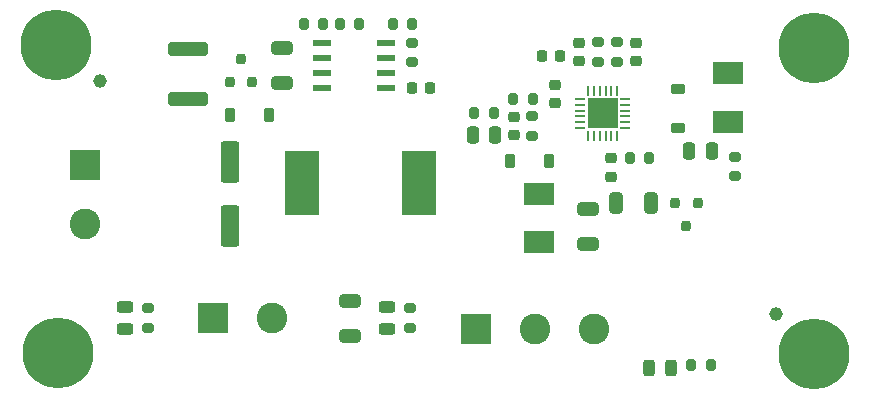
<source format=gts>
G04 #@! TF.GenerationSoftware,KiCad,Pcbnew,7.0.8*
G04 #@! TF.CreationDate,2023-11-17T13:56:22+01:00*
G04 #@! TF.ProjectId,shmoergh-dual-rail-psu,73686d6f-6572-4676-982d-6475616c2d72,rev?*
G04 #@! TF.SameCoordinates,Original*
G04 #@! TF.FileFunction,Soldermask,Top*
G04 #@! TF.FilePolarity,Negative*
%FSLAX46Y46*%
G04 Gerber Fmt 4.6, Leading zero omitted, Abs format (unit mm)*
G04 Created by KiCad (PCBNEW 7.0.8) date 2023-11-17 13:56:22*
%MOMM*%
%LPD*%
G01*
G04 APERTURE LIST*
G04 Aperture macros list*
%AMRoundRect*
0 Rectangle with rounded corners*
0 $1 Rounding radius*
0 $2 $3 $4 $5 $6 $7 $8 $9 X,Y pos of 4 corners*
0 Add a 4 corners polygon primitive as box body*
4,1,4,$2,$3,$4,$5,$6,$7,$8,$9,$2,$3,0*
0 Add four circle primitives for the rounded corners*
1,1,$1+$1,$2,$3*
1,1,$1+$1,$4,$5*
1,1,$1+$1,$6,$7*
1,1,$1+$1,$8,$9*
0 Add four rect primitives between the rounded corners*
20,1,$1+$1,$2,$3,$4,$5,0*
20,1,$1+$1,$4,$5,$6,$7,0*
20,1,$1+$1,$6,$7,$8,$9,0*
20,1,$1+$1,$8,$9,$2,$3,0*%
G04 Aperture macros list end*
%ADD10C,6.000000*%
%ADD11C,1.152000*%
%ADD12RoundRect,0.200000X-0.275000X0.200000X-0.275000X-0.200000X0.275000X-0.200000X0.275000X0.200000X0*%
%ADD13RoundRect,0.250000X0.325000X0.650000X-0.325000X0.650000X-0.325000X-0.650000X0.325000X-0.650000X0*%
%ADD14R,2.500000X1.900000*%
%ADD15RoundRect,0.200000X-0.200000X0.250000X-0.200000X-0.250000X0.200000X-0.250000X0.200000X0.250000X0*%
%ADD16R,1.550000X0.600000*%
%ADD17RoundRect,0.200000X-0.200000X-0.275000X0.200000X-0.275000X0.200000X0.275000X-0.200000X0.275000X0*%
%ADD18R,2.600000X2.600000*%
%ADD19C,2.600000*%
%ADD20R,2.900000X5.400000*%
%ADD21RoundRect,0.200000X0.275000X-0.200000X0.275000X0.200000X-0.275000X0.200000X-0.275000X-0.200000X0*%
%ADD22RoundRect,0.200000X0.200000X0.275000X-0.200000X0.275000X-0.200000X-0.275000X0.200000X-0.275000X0*%
%ADD23RoundRect,0.225000X0.250000X-0.225000X0.250000X0.225000X-0.250000X0.225000X-0.250000X-0.225000X0*%
%ADD24RoundRect,0.250000X0.650000X-0.325000X0.650000X0.325000X-0.650000X0.325000X-0.650000X-0.325000X0*%
%ADD25RoundRect,0.225000X-0.225000X-0.250000X0.225000X-0.250000X0.225000X0.250000X-0.225000X0.250000X0*%
%ADD26RoundRect,0.225000X-0.250000X0.225000X-0.250000X-0.225000X0.250000X-0.225000X0.250000X0.225000X0*%
%ADD27RoundRect,0.225000X0.225000X0.375000X-0.225000X0.375000X-0.225000X-0.375000X0.225000X-0.375000X0*%
%ADD28RoundRect,0.243750X-0.456250X0.243750X-0.456250X-0.243750X0.456250X-0.243750X0.456250X0.243750X0*%
%ADD29RoundRect,0.250000X0.550000X-1.500000X0.550000X1.500000X-0.550000X1.500000X-0.550000X-1.500000X0*%
%ADD30RoundRect,0.250000X-0.250000X-0.475000X0.250000X-0.475000X0.250000X0.475000X-0.250000X0.475000X0*%
%ADD31RoundRect,0.225000X-0.225000X-0.375000X0.225000X-0.375000X0.225000X0.375000X-0.225000X0.375000X0*%
%ADD32RoundRect,0.225000X0.225000X0.250000X-0.225000X0.250000X-0.225000X-0.250000X0.225000X-0.250000X0*%
%ADD33RoundRect,0.250000X0.250000X0.475000X-0.250000X0.475000X-0.250000X-0.475000X0.250000X-0.475000X0*%
%ADD34RoundRect,0.225000X-0.375000X0.225000X-0.375000X-0.225000X0.375000X-0.225000X0.375000X0.225000X0*%
%ADD35RoundRect,0.200000X0.200000X-0.250000X0.200000X0.250000X-0.200000X0.250000X-0.200000X-0.250000X0*%
%ADD36RoundRect,0.243750X0.243750X0.456250X-0.243750X0.456250X-0.243750X-0.456250X0.243750X-0.456250X0*%
%ADD37RoundRect,0.250000X-0.650000X0.325000X-0.650000X-0.325000X0.650000X-0.325000X0.650000X0.325000X0*%
%ADD38RoundRect,0.062500X0.062500X-0.350000X0.062500X0.350000X-0.062500X0.350000X-0.062500X-0.350000X0*%
%ADD39RoundRect,0.062500X0.350000X-0.062500X0.350000X0.062500X-0.350000X0.062500X-0.350000X-0.062500X0*%
%ADD40RoundRect,0.250000X-1.450000X0.312500X-1.450000X-0.312500X1.450000X-0.312500X1.450000X0.312500X0*%
G04 APERTURE END LIST*
D10*
X86487000Y-44577000D03*
X86487000Y-18669000D03*
X22352000Y-18415000D03*
X22479000Y-44450000D03*
D11*
X26035000Y-21463000D03*
X83312000Y-41148000D03*
D12*
X52465000Y-18218500D03*
X52465000Y-19868500D03*
D13*
X72740000Y-31756000D03*
X69790000Y-31756000D03*
D14*
X79215000Y-20806000D03*
X79215000Y-24906000D03*
D15*
X76665000Y-31756000D03*
X74765000Y-31756000D03*
X75715000Y-33756000D03*
D16*
X50283600Y-22036400D03*
X50283600Y-20766400D03*
X50283600Y-19496400D03*
X50283600Y-18226400D03*
X44883600Y-18226400D03*
X44883600Y-19496400D03*
X44883600Y-20766400D03*
X44883600Y-22036400D03*
D17*
X61052500Y-22956000D03*
X62702500Y-22956000D03*
D18*
X24765000Y-28556000D03*
D19*
X24765000Y-33556000D03*
D20*
X43151200Y-30117000D03*
X53051200Y-30117000D03*
D21*
X68215000Y-19831000D03*
X68215000Y-18181000D03*
D17*
X70927500Y-28006000D03*
X72577500Y-28006000D03*
D22*
X44952500Y-16606000D03*
X43302500Y-16606000D03*
D23*
X66615000Y-19781000D03*
X66615000Y-18231000D03*
D24*
X67415000Y-35281000D03*
X67415000Y-32331000D03*
D25*
X52477500Y-22056000D03*
X54027500Y-22056000D03*
D26*
X71415000Y-18231000D03*
X71415000Y-19781000D03*
D27*
X40365000Y-24356000D03*
X37065000Y-24356000D03*
D28*
X28140000Y-40568500D03*
X28140000Y-42443500D03*
D29*
X37065000Y-33706000D03*
X37065000Y-28306000D03*
D24*
X41465000Y-21631000D03*
X41465000Y-18681000D03*
D23*
X64565000Y-23343500D03*
X64565000Y-21793500D03*
D22*
X48027500Y-16606000D03*
X46377500Y-16606000D03*
D18*
X35640000Y-41506000D03*
D19*
X40640000Y-41506000D03*
D26*
X69365000Y-28018500D03*
X69365000Y-29568500D03*
D30*
X75965000Y-27356000D03*
X77865000Y-27356000D03*
D18*
X57865000Y-42418000D03*
D19*
X62865000Y-42418000D03*
X67865000Y-42418000D03*
D28*
X50365000Y-40568500D03*
X50365000Y-42443500D03*
D31*
X60765000Y-28262800D03*
X64065000Y-28262800D03*
D32*
X65052500Y-19356000D03*
X63502500Y-19356000D03*
D33*
X59540000Y-26056000D03*
X57640000Y-26056000D03*
D21*
X30090000Y-42331000D03*
X30090000Y-40681000D03*
X52340000Y-42331000D03*
X52340000Y-40681000D03*
D34*
X74965000Y-22106000D03*
X74965000Y-25406000D03*
D35*
X37065000Y-21556000D03*
X38965000Y-21556000D03*
X38015000Y-19556000D03*
D12*
X62665000Y-24431000D03*
X62665000Y-26081000D03*
D23*
X61140000Y-26031000D03*
X61140000Y-24481000D03*
D14*
X63265000Y-35128800D03*
X63265000Y-31028800D03*
D17*
X57752500Y-24206000D03*
X59402500Y-24206000D03*
D36*
X74422000Y-45720000D03*
X72547000Y-45720000D03*
D37*
X47265000Y-40081000D03*
X47265000Y-43031000D03*
D21*
X69815000Y-19831000D03*
X69815000Y-18181000D03*
D17*
X50852500Y-16606000D03*
X52502500Y-16606000D03*
D38*
X67365000Y-26143500D03*
X67865000Y-26143500D03*
X68365000Y-26143500D03*
X68865000Y-26143500D03*
X69365000Y-26143500D03*
X69865000Y-26143500D03*
D39*
X70552500Y-25456000D03*
X70552500Y-24956000D03*
X70552500Y-24456000D03*
X70552500Y-23956000D03*
X70552500Y-23456000D03*
X70552500Y-22956000D03*
D38*
X69865000Y-22268500D03*
X69365000Y-22268500D03*
X68865000Y-22268500D03*
X68365000Y-22268500D03*
X67865000Y-22268500D03*
X67365000Y-22268500D03*
D39*
X66677500Y-22956000D03*
X66677500Y-23456000D03*
X66677500Y-23956000D03*
X66677500Y-24456000D03*
X66677500Y-24956000D03*
X66677500Y-25456000D03*
D18*
X68615000Y-24206000D03*
D17*
X76137000Y-45466000D03*
X77787000Y-45466000D03*
D40*
X33547000Y-18708500D03*
X33547000Y-22983500D03*
D12*
X79865000Y-27856000D03*
X79865000Y-29506000D03*
M02*

</source>
